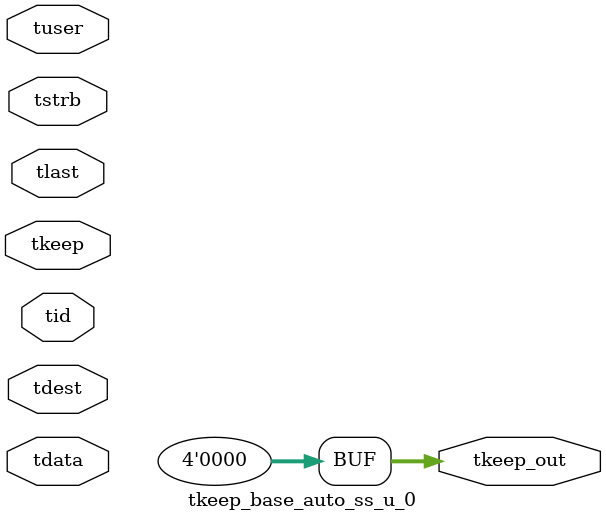
<source format=v>


`timescale 1ps/1ps

module tkeep_base_auto_ss_u_0 #
(
parameter C_S_AXIS_TDATA_WIDTH = 32,
parameter C_S_AXIS_TUSER_WIDTH = 0,
parameter C_S_AXIS_TID_WIDTH   = 0,
parameter C_S_AXIS_TDEST_WIDTH = 0,
parameter C_M_AXIS_TDATA_WIDTH = 32
)
(
input  [(C_S_AXIS_TDATA_WIDTH == 0 ? 1 : C_S_AXIS_TDATA_WIDTH)-1:0     ] tdata,
input  [(C_S_AXIS_TUSER_WIDTH == 0 ? 1 : C_S_AXIS_TUSER_WIDTH)-1:0     ] tuser,
input  [(C_S_AXIS_TID_WIDTH   == 0 ? 1 : C_S_AXIS_TID_WIDTH)-1:0       ] tid,
input  [(C_S_AXIS_TDEST_WIDTH == 0 ? 1 : C_S_AXIS_TDEST_WIDTH)-1:0     ] tdest,
input  [(C_S_AXIS_TDATA_WIDTH/8)-1:0 ] tkeep,
input  [(C_S_AXIS_TDATA_WIDTH/8)-1:0 ] tstrb,
input                                                                    tlast,
output [(C_M_AXIS_TDATA_WIDTH/8)-1:0 ] tkeep_out
);

assign tkeep_out = {1'b0};

endmodule


</source>
